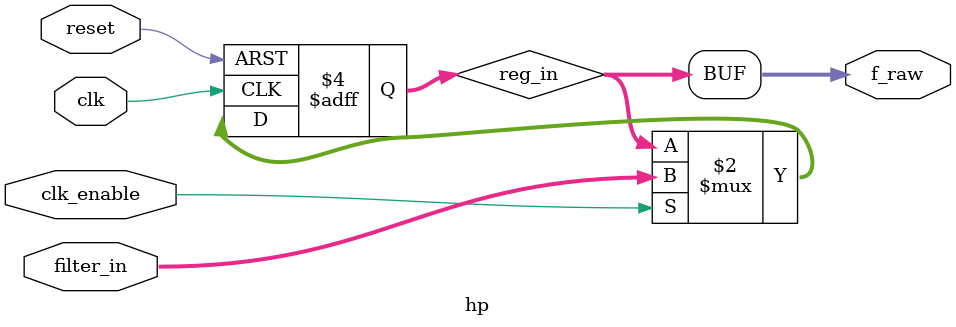
<source format=v>

module hp (
    input clk,
    input clk_enable,
    input reset,
    input signed [15:0] filter_in,
    output signed [15:0] f_raw
);
    // Simple one-tap pass-through (replace with actual HPF)
    reg signed [15:0] reg_in;
    always @(posedge clk or posedge reset) begin
        if (reset) reg_in <= 0;
        else if (clk_enable) reg_in <= filter_in;
    end
    assign f_raw = reg_in; // TODO: implement actual HPF
endmodule

</source>
